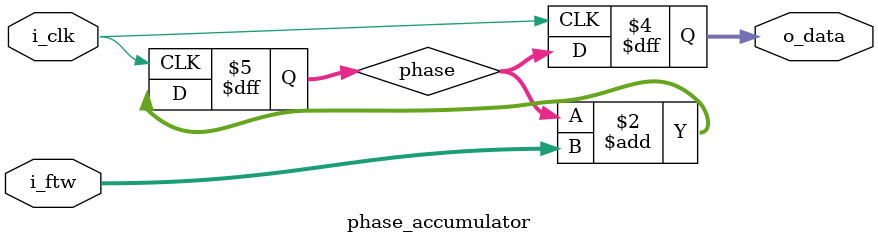
<source format=v>
module phase_accumulator (i_clk, i_ftw, o_data);

 input i_clk;
 input [23:0] i_ftw;
 output reg [23:0] o_data;
 
 reg [23:0] phase = 0;
 
 always @(posedge i_clk) begin
 
     o_data <= phase;
	  phase <= phase + i_ftw;
 
 end

endmodule
</source>
